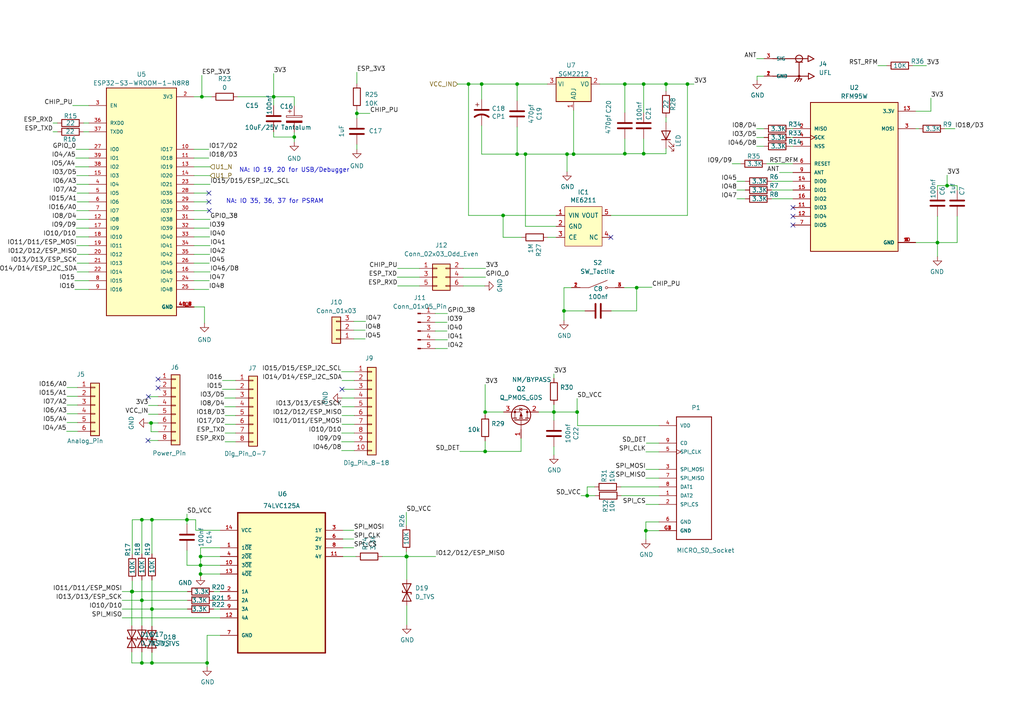
<source format=kicad_sch>
(kicad_sch (version 20230121) (generator eeschema)
  (paper "A4")
  (junction (at 149.987 44.704))
  (junction (at 274.701 53.848))
  (junction (at 60.071 192.278))
  (junction (at 41.148 174.117))
  (junction (at 58.166 163.957))
  (junction (at 44.069 192.278))
  (junction (at 164.465 44.704))
  (junction (at 117.856 161.417))
  (junction (at 271.907 70.358))
  (junction (at 181.229 44.577))
  (junction (at 160.655 119.507))
  (junction (at 167.386 119.507))
  (junction (at 166.37 44.704))
  (junction (at 58.166 166.497))
  (junction (at 145.923 62.484))
  (junction (at 38.227 171.577))
  (junction (at 140.716 119.507))
  (junction (at 163.576 90.17))
  (junction (at 58.547 28.067))
  (junction (at 187.325 153.924))
  (junction (at 152.4 44.704))
  (junction (at 117.983 161.417))
  (junction (at 41.148 150.749))
  (junction (at 186.69 44.577))
  (junction (at 43.815 122.682))
  (junction (at 41.148 192.278))
  (junction (at 44.069 150.749))
  (junction (at 135.89 24.384))
  (junction (at 181.229 24.384))
  (junction (at 184.658 83.439))
  (junction (at 44.069 176.657))
  (junction (at 139.7 24.384))
  (junction (at 170.307 143.764))
  (junction (at 193.167 24.384))
  (junction (at 79.375 28.067))
  (junction (at 85.344 39.751))
  (junction (at 186.69 24.384))
  (junction (at 103.505 32.893))
  (junction (at 140.716 130.937))
  (junction (at 58.166 161.417))
  (junction (at 38.354 171.577))
  (junction (at 54.229 150.749))
  (junction (at 199.39 24.384))
  (junction (at 149.987 24.384))
  (no_connect (at 229.997 60.198))
  (no_connect (at 60.706 61.087))
  (no_connect (at 229.997 62.738))
  (no_connect (at 60.579 58.547))
  (no_connect (at 45.847 109.982))
  (no_connect (at 177.165 68.834))
  (no_connect (at 45.847 112.522))
  (no_connect (at 42.926 127.762))
  (no_connect (at 229.997 65.278))
  (no_connect (at 43.053 115.062))
  (no_connect (at 99.187 112.903))
  (no_connect (at 60.579 56.007))
  (wire (pts (xy 56.261 89.027) (xy 59.309 89.027)))
  (wire (pts (xy 151.257 68.834) (xy 145.923 68.834)))
  (wire (pts (xy 79.375 28.067) (xy 79.375 30.607)))
  (wire (pts (xy 229.235 37.338) (xy 229.997 37.338)))
  (wire (pts (xy 99.187 120.523) (xy 102.743 120.523)))
  (wire (pts (xy 187.325 151.384) (xy 187.325 153.924)))
  (wire (pts (xy 56.261 43.307) (xy 60.579 43.307)))
  (wire (pts (xy 177.165 62.484) (xy 199.39 62.484)))
  (wire (pts (xy 121.666 80.391) (xy 115.189 80.391)))
  (wire (pts (xy 191.135 146.304) (xy 187.325 146.304)))
  (wire (pts (xy 41.148 150.749) (xy 44.069 150.749)))
  (wire (pts (xy 166.37 32.004) (xy 166.37 44.704)))
  (wire (pts (xy 271.907 53.848) (xy 274.701 53.848)))
  (wire (pts (xy 117.856 148.59) (xy 117.856 152.4)))
  (wire (pts (xy 191.135 136.144) (xy 187.325 136.144)))
  (wire (pts (xy 64.516 112.903) (xy 68.326 112.903)))
  (wire (pts (xy 222.377 47.498) (xy 229.997 47.498)))
  (wire (pts (xy 56.261 76.327) (xy 60.706 76.327)))
  (wire (pts (xy 264.795 19.05) (xy 268.732 19.05)))
  (wire (pts (xy 265.557 32.258) (xy 270.002 32.258)))
  (wire (pts (xy 103.505 31.877) (xy 103.505 32.893)))
  (wire (pts (xy 44.069 176.657) (xy 54.356 176.657)))
  (wire (pts (xy 63.881 184.277) (xy 60.071 184.277)))
  (wire (pts (xy 56.261 68.707) (xy 60.833 68.707)))
  (wire (pts (xy 181.229 24.384) (xy 186.69 24.384)))
  (wire (pts (xy 35.433 171.577) (xy 38.227 171.577)))
  (wire (pts (xy 199.39 24.384) (xy 201.295 24.384)))
  (wire (pts (xy 160.655 119.507) (xy 160.655 121.92)))
  (wire (pts (xy 99.187 123.063) (xy 102.743 123.063)))
  (wire (pts (xy 99.187 117.983) (xy 102.743 117.983)))
  (wire (pts (xy 56.261 50.927) (xy 60.96 50.927)))
  (wire (pts (xy 110.871 161.417) (xy 117.856 161.417)))
  (wire (pts (xy 56.261 78.867) (xy 60.96 78.867)))
  (wire (pts (xy 44.069 168.275) (xy 44.069 176.657)))
  (wire (pts (xy 38.227 171.577) (xy 38.354 171.577)))
  (wire (pts (xy 103.505 32.893) (xy 107.315 32.893)))
  (wire (pts (xy 99.441 153.797) (xy 102.616 153.797)))
  (wire (pts (xy 126.238 101.092) (xy 129.794 101.092)))
  (wire (pts (xy 56.261 61.087) (xy 60.706 61.087)))
  (wire (pts (xy 254.635 19.05) (xy 257.175 19.05)))
  (wire (pts (xy 126.238 98.552) (xy 129.794 98.552)))
  (wire (pts (xy 181.229 44.577) (xy 181.229 44.704)))
  (wire (pts (xy 117.983 161.417) (xy 117.983 168.021)))
  (wire (pts (xy 219.456 17.018) (xy 221.615 17.018)))
  (wire (pts (xy 19.431 114.935) (xy 22.479 114.935)))
  (wire (pts (xy 19.431 122.555) (xy 22.479 122.555)))
  (wire (pts (xy 56.261 45.847) (xy 60.579 45.847)))
  (wire (pts (xy 121.666 82.931) (xy 115.316 82.931)))
  (wire (pts (xy 170.307 143.764) (xy 172.593 143.764)))
  (wire (pts (xy 223.774 55.118) (xy 229.997 55.118)))
  (wire (pts (xy 65.278 128.143) (xy 68.326 128.143)))
  (wire (pts (xy 42.926 122.682) (xy 43.815 122.682)))
  (wire (pts (xy 161.29 65.659) (xy 152.4 65.659)))
  (wire (pts (xy 99.06 125.603) (xy 102.743 125.603)))
  (wire (pts (xy 44.069 150.749) (xy 54.229 150.749)))
  (wire (pts (xy 56.261 53.467) (xy 60.96 53.467)))
  (wire (pts (xy 43.815 122.682) (xy 45.847 122.682)))
  (wire (pts (xy 56.261 81.407) (xy 60.706 81.407)))
  (wire (pts (xy 103.505 32.893) (xy 103.505 34.29)))
  (wire (pts (xy 274.701 53.848) (xy 277.622 53.848)))
  (wire (pts (xy 54.229 149.098) (xy 54.229 150.749)))
  (wire (pts (xy 60.071 184.277) (xy 60.071 192.278)))
  (wire (pts (xy 187.325 153.924) (xy 187.325 156.464)))
  (wire (pts (xy 265.557 37.338) (xy 266.446 37.338)))
  (wire (pts (xy 167.386 115.57) (xy 167.386 119.507)))
  (wire (pts (xy 19.304 125.095) (xy 22.479 125.095)))
  (wire (pts (xy 221.615 22.098) (xy 219.583 22.098)))
  (wire (pts (xy 38.354 171.577) (xy 54.356 171.577)))
  (wire (pts (xy 38.354 160.782) (xy 38.354 150.749)))
  (wire (pts (xy 151.13 127.127) (xy 151.13 130.937)))
  (wire (pts (xy 274.066 37.338) (xy 276.987 37.338)))
  (wire (pts (xy 35.433 174.117) (xy 41.148 174.117)))
  (wire (pts (xy 65.278 123.063) (xy 68.326 123.063)))
  (wire (pts (xy 99.06 130.683) (xy 102.743 130.683)))
  (wire (pts (xy 102.616 98.298) (xy 105.918 98.298)))
  (wire (pts (xy 22.098 68.707) (xy 25.781 68.707)))
  (wire (pts (xy 193.167 34.036) (xy 193.167 35.433)))
  (wire (pts (xy 166.37 44.704) (xy 164.465 44.704)))
  (wire (pts (xy 191.135 151.384) (xy 187.325 151.384)))
  (wire (pts (xy 22.225 50.927) (xy 25.781 50.927)))
  (wire (pts (xy 68.961 28.067) (xy 79.375 28.067)))
  (wire (pts (xy 152.4 65.659) (xy 152.4 44.704)))
  (wire (pts (xy 156.21 119.507) (xy 160.655 119.507)))
  (wire (pts (xy 41.148 174.117) (xy 54.356 174.117)))
  (wire (pts (xy 58.547 28.067) (xy 61.341 28.067)))
  (wire (pts (xy 41.148 174.117) (xy 41.148 181.483)))
  (wire (pts (xy 54.229 159.639) (xy 54.229 163.957)))
  (wire (pts (xy 213.741 52.578) (xy 216.154 52.578)))
  (wire (pts (xy 22.225 61.087) (xy 25.781 61.087)))
  (wire (pts (xy 22.352 56.007) (xy 25.781 56.007)))
  (wire (pts (xy 56.261 56.007) (xy 60.579 56.007)))
  (wire (pts (xy 85.344 39.751) (xy 85.344 41.148)))
  (wire (pts (xy 59.309 89.027) (xy 59.309 93.726)))
  (wire (pts (xy 163.576 90.17) (xy 163.576 92.964)))
  (wire (pts (xy 103.505 41.91) (xy 103.505 43.307)))
  (wire (pts (xy 139.7 24.384) (xy 149.987 24.384)))
  (wire (pts (xy 65.151 117.983) (xy 68.326 117.983)))
  (wire (pts (xy 219.583 22.098) (xy 219.583 23.241)))
  (wire (pts (xy 139.7 44.704) (xy 149.987 44.704)))
  (wire (pts (xy 65.278 125.603) (xy 68.326 125.603)))
  (wire (pts (xy 199.39 62.484) (xy 199.39 24.384)))
  (wire (pts (xy 22.098 66.167) (xy 25.781 66.167)))
  (wire (pts (xy 173.99 24.384) (xy 181.229 24.384)))
  (wire (pts (xy 35.433 179.197) (xy 63.881 179.197)))
  (wire (pts (xy 219.456 42.418) (xy 221.615 42.418)))
  (wire (pts (xy 135.89 24.384) (xy 139.7 24.384)))
  (wire (pts (xy 139.7 36.449) (xy 139.7 44.704)))
  (wire (pts (xy 126.238 93.472) (xy 129.667 93.472)))
  (wire (pts (xy 79.375 38.227) (xy 79.375 39.751)))
  (wire (pts (xy 164.465 44.704) (xy 164.465 49.784)))
  (wire (pts (xy 181.229 24.384) (xy 181.229 32.639)))
  (wire (pts (xy 99.06 128.143) (xy 102.743 128.143)))
  (wire (pts (xy 38.227 189.103) (xy 38.227 192.278)))
  (wire (pts (xy 193.167 24.384) (xy 199.39 24.384)))
  (wire (pts (xy 152.4 44.704) (xy 164.465 44.704)))
  (wire (pts (xy 135.89 62.484) (xy 135.89 24.384)))
  (wire (pts (xy 184.658 83.439) (xy 184.658 83.312)))
  (wire (pts (xy 58.547 21.844) (xy 58.547 28.067)))
  (wire (pts (xy 21.971 45.847) (xy 25.781 45.847)))
  (wire (pts (xy 22.098 43.307) (xy 25.781 43.307)))
  (wire (pts (xy 133.35 130.937) (xy 140.716 130.937)))
  (wire (pts (xy 79.375 21.336) (xy 79.375 28.067)))
  (wire (pts (xy 56.261 71.247) (xy 60.96 71.247)))
  (wire (pts (xy 219.456 37.338) (xy 221.615 37.338)))
  (wire (pts (xy 135.89 62.484) (xy 145.923 62.484)))
  (wire (pts (xy 139.7 28.829) (xy 139.7 24.384)))
  (wire (pts (xy 160.655 119.507) (xy 167.386 119.507)))
  (wire (pts (xy 22.352 73.787) (xy 25.781 73.787)))
  (wire (pts (xy 160.655 117.348) (xy 160.655 119.507)))
  (wire (pts (xy 99.187 115.443) (xy 102.743 115.443)))
  (wire (pts (xy 149.987 44.704) (xy 152.4 44.704)))
  (wire (pts (xy 140.716 119.507) (xy 140.716 120.269)))
  (wire (pts (xy 160.655 129.54) (xy 160.655 131.953)))
  (wire (pts (xy 184.658 83.312) (xy 189.103 83.312)))
  (wire (pts (xy 22.225 63.627) (xy 25.781 63.627)))
  (wire (pts (xy 117.856 160.02) (xy 117.856 161.417)))
  (wire (pts (xy 56.261 83.947) (xy 60.579 83.947)))
  (wire (pts (xy 191.135 153.924) (xy 187.325 153.924)))
  (wire (pts (xy 63.881 176.657) (xy 61.976 176.657)))
  (wire (pts (xy 186.69 40.259) (xy 186.69 44.577)))
  (wire (pts (xy 223.774 52.578) (xy 229.997 52.578)))
  (wire (pts (xy 140.716 111.506) (xy 140.716 119.507)))
  (wire (pts (xy 191.135 131.064) (xy 187.325 131.064)))
  (wire (pts (xy 15.367 35.687) (xy 16.637 35.687)))
  (wire (pts (xy 177.292 90.17) (xy 184.658 90.17)))
  (wire (pts (xy 146.05 119.507) (xy 140.716 119.507)))
  (wire (pts (xy 117.983 175.641) (xy 117.983 181.229)))
  (wire (pts (xy 38.354 150.749) (xy 41.148 150.749)))
  (wire (pts (xy 103.505 20.955) (xy 103.505 24.257)))
  (wire (pts (xy 158.877 68.834) (xy 161.29 68.834)))
  (wire (pts (xy 265.557 70.358) (xy 271.907 70.358)))
  (wire (pts (xy 102.616 95.758) (xy 105.918 95.758)))
  (wire (pts (xy 43.815 125.222) (xy 43.815 122.682)))
  (wire (pts (xy 58.166 166.497) (xy 58.166 163.957)))
  (wire (pts (xy 172.466 141.224) (xy 170.307 141.224)))
  (wire (pts (xy 186.69 24.384) (xy 193.167 24.384)))
  (wire (pts (xy 165.735 83.439) (xy 163.576 83.439)))
  (wire (pts (xy 121.666 77.851) (xy 115.316 77.851)))
  (wire (pts (xy 58.166 161.417) (xy 58.166 158.877)))
  (wire (pts (xy 58.166 167.132) (xy 58.166 166.497)))
  (wire (pts (xy 229.235 39.878) (xy 229.997 39.878)))
  (wire (pts (xy 186.69 32.639) (xy 186.69 24.384)))
  (wire (pts (xy 117.983 161.417) (xy 126.365 161.417)))
  (wire (pts (xy 167.513 123.444) (xy 191.135 123.444)))
  (wire (pts (xy 41.148 189.103) (xy 41.148 192.278)))
  (wire (pts (xy 271.907 62.738) (xy 271.907 70.358)))
  (wire (pts (xy 44.069 176.657) (xy 44.069 181.61)))
  (wire (pts (xy 22.225 71.247) (xy 25.781 71.247)))
  (wire (pts (xy 21.717 83.947) (xy 25.781 83.947)))
  (wire (pts (xy 19.431 120.015) (xy 22.479 120.015)))
  (wire (pts (xy 277.622 70.358) (xy 271.907 70.358)))
  (wire (pts (xy 191.135 138.684) (xy 187.325 138.684)))
  (wire (pts (xy 277.622 53.848) (xy 277.622 55.118)))
  (wire (pts (xy 64.516 110.363) (xy 68.326 110.363)))
  (wire (pts (xy 140.716 127.889) (xy 140.716 130.937)))
  (wire (pts (xy 134.366 80.391) (xy 140.843 80.391)))
  (wire (pts (xy 79.375 28.067) (xy 85.344 28.067)))
  (wire (pts (xy 149.987 24.384) (xy 158.75 24.384)))
  (wire (pts (xy 56.261 66.167) (xy 60.706 66.167)))
  (wire (pts (xy 22.352 76.327) (xy 25.781 76.327)))
  (wire (pts (xy 226.06 50.038) (xy 229.997 50.038)))
  (wire (pts (xy 213.741 57.658) (xy 216.154 57.658)))
  (wire (pts (xy 63.881 174.117) (xy 61.976 174.117)))
  (wire (pts (xy 180.975 83.439) (xy 184.658 83.439)))
  (wire (pts (xy 180.086 141.224) (xy 191.135 141.224)))
  (wire (pts (xy 38.227 171.577) (xy 38.227 181.483)))
  (wire (pts (xy 140.716 130.937) (xy 151.13 130.937)))
  (wire (pts (xy 149.987 36.83) (xy 149.987 44.704)))
  (wire (pts (xy 212.344 47.498) (xy 214.757 47.498)))
  (wire (pts (xy 277.622 62.738) (xy 277.622 70.358)))
  (wire (pts (xy 99.441 161.417) (xy 103.251 161.417)))
  (wire (pts (xy 223.774 57.658) (xy 229.997 57.658)))
  (wire (pts (xy 19.431 112.395) (xy 22.479 112.395)))
  (wire (pts (xy 45.847 125.222) (xy 43.815 125.222)))
  (wire (pts (xy 56.261 58.547) (xy 60.579 58.547)))
  (wire (pts (xy 19.431 117.475) (xy 22.479 117.475)))
  (wire (pts (xy 85.344 28.067) (xy 85.344 30.734)))
  (wire (pts (xy 54.229 163.957) (xy 58.166 163.957)))
  (wire (pts (xy 193.167 43.053) (xy 193.167 44.577)))
  (wire (pts (xy 274.701 50.8) (xy 274.701 53.848)))
  (wire (pts (xy 160.655 108.458) (xy 160.655 109.728)))
  (wire (pts (xy 63.881 163.957) (xy 58.166 163.957)))
  (wire (pts (xy 219.456 39.878) (xy 221.615 39.878)))
  (wire (pts (xy 43.053 115.062) (xy 45.847 115.062)))
  (wire (pts (xy 24.257 35.687) (xy 25.781 35.687)))
  (wire (pts (xy 181.229 44.704) (xy 166.37 44.704)))
  (wire (pts (xy 24.257 38.227) (xy 25.781 38.227)))
  (wire (pts (xy 56.769 150.749) (xy 54.229 150.749)))
  (wire (pts (xy 99.187 112.903) (xy 102.743 112.903)))
  (wire (pts (xy 41.148 192.278) (xy 44.069 192.278)))
  (wire (pts (xy 56.261 48.387) (xy 60.96 48.387)))
  (wire (pts (xy 58.166 158.877) (xy 63.881 158.877)))
  (wire (pts (xy 99.441 156.337) (xy 102.616 156.337)))
  (wire (pts (xy 181.229 40.259) (xy 181.229 44.577)))
  (wire (pts (xy 167.513 119.507) (xy 167.513 123.444)))
  (wire (pts (xy 193.167 44.577) (xy 186.69 44.577)))
  (wire (pts (xy 126.238 96.012) (xy 129.667 96.012)))
  (wire (pts (xy 270.002 28.448) (xy 270.002 32.258)))
  (wire (pts (xy 35.433 176.657) (xy 44.069 176.657)))
  (wire (pts (xy 102.616 93.218) (xy 106.045 93.218)))
  (wire (pts (xy 56.261 28.067) (xy 58.547 28.067)))
  (wire (pts (xy 42.926 127.762) (xy 45.847 127.762)))
  (wire (pts (xy 117.856 161.417) (xy 117.983 161.417)))
  (wire (pts (xy 99.441 158.877) (xy 102.616 158.877)))
  (wire (pts (xy 170.307 141.224) (xy 170.307 143.764)))
  (wire (pts (xy 56.769 153.797) (xy 56.769 150.749)))
  (wire (pts (xy 38.227 192.278) (xy 41.148 192.278)))
  (wire (pts (xy 184.658 90.17) (xy 184.658 83.439)))
  (wire (pts (xy 132.715 24.384) (xy 135.89 24.384)))
  (wire (pts (xy 56.261 73.787) (xy 60.833 73.787)))
  (wire (pts (xy 22.225 53.467) (xy 25.781 53.467)))
  (wire (pts (xy 99.187 110.363) (xy 102.743 110.363)))
  (wire (pts (xy 63.881 161.417) (xy 58.166 161.417)))
  (wire (pts (xy 44.069 189.23) (xy 44.069 192.278)))
  (wire (pts (xy 271.907 70.358) (xy 271.907 74.422)))
  (wire (pts (xy 43.053 117.602) (xy 45.847 117.602)))
  (wire (pts (xy 54.229 150.749) (xy 54.229 152.019)))
  (wire (pts (xy 56.261 63.627) (xy 60.96 63.627)))
  (wire (pts (xy 126.238 90.932) (xy 129.794 90.932)))
  (wire (pts (xy 187.452 128.524) (xy 191.135 128.524)))
  (wire (pts (xy 22.352 78.867) (xy 25.781 78.867)))
  (wire (pts (xy 145.923 68.834) (xy 145.923 62.484)))
  (wire (pts (xy 168.529 143.764) (xy 170.307 143.764)))
  (wire (pts (xy 21.844 48.387) (xy 25.781 48.387)))
  (wire (pts (xy 271.907 55.118) (xy 271.907 53.848)))
  (wire (pts (xy 56.769 153.797) (xy 63.881 153.797)))
  (wire (pts (xy 65.151 115.443) (xy 68.326 115.443)))
  (wire (pts (xy 163.576 83.439) (xy 163.576 90.17)))
  (wire (pts (xy 79.375 39.751) (xy 85.344 39.751)))
  (wire (pts (xy 134.366 82.931) (xy 140.589 82.931)))
  (wire (pts (xy 41.148 168.275) (xy 41.148 174.117)))
  (wire (pts (xy 213.741 55.118) (xy 216.154 55.118)))
  (wire (pts (xy 38.354 168.402) (xy 38.354 171.577)))
  (wire (pts (xy 167.386 119.507) (xy 167.513 119.507)))
  (wire (pts (xy 60.071 192.278) (xy 60.071 193.421)))
  (wire (pts (xy 134.366 77.851) (xy 140.843 77.851)))
  (wire (pts (xy 63.881 171.577) (xy 61.976 171.577)))
  (wire (pts (xy 145.923 62.484) (xy 161.29 62.484)))
  (wire (pts (xy 41.148 160.655) (xy 41.148 150.749)))
  (wire (pts (xy 229.235 42.418) (xy 229.997 42.418)))
  (wire (pts (xy 180.213 143.764) (xy 191.135 143.764)))
  (wire (pts (xy 58.166 166.497) (xy 63.881 166.497)))
  (wire (pts (xy 44.069 160.655) (xy 44.069 150.749)))
  (wire (pts (xy 44.069 192.278) (xy 60.071 192.278)))
  (wire (pts (xy 85.344 39.751) (xy 85.344 38.354)))
  (wire (pts (xy 163.576 90.17) (xy 169.672 90.17)))
  (wire (pts (xy 43.053 120.142) (xy 45.847 120.142)))
  (wire (pts (xy 15.367 38.227) (xy 16.637 38.227)))
  (wire (pts (xy 149.987 24.384) (xy 149.987 29.21)))
  (wire (pts (xy 99.06 107.823) (xy 102.743 107.823)))
  (wire (pts (xy 193.167 24.384) (xy 193.167 26.416)))
  (wire (pts (xy 65.278 120.523) (xy 68.326 120.523)))
  (wire (pts (xy 58.166 163.957) (xy 58.166 161.417)))
  (wire (pts (xy 186.69 44.577) (xy 181.229 44.577)))
  (wire (pts (xy 21.717 81.407) (xy 25.781 81.407)))
  (wire (pts (xy 21.082 30.607) (xy 25.781 30.607)))
  (wire (pts (xy 22.352 58.547) (xy 25.781 58.547)))
  (text "NA: IO 19, 20 for USB/Debugger" (at 69.342 50.165 0) (effects (font (size 1.27 1.27)) (justify left bottom)))
  (text "NA: IO 35, 36, 37 for PSRAM" (at 65.532 59.182 0) (effects (font (size 1.27 1.27)) (justify left bottom)))
  (label "IO15{slash}D15{slash}ESP_I2C_SCL" (at 99.06 107.823 180))
  (label "IO45" (at 105.918 98.298 0))
  (label "IO17{slash}D2" (at 65.278 123.063 180))
  (label "IO15" (at 64.516 112.903 180))
  (label "3V3" (at 79.375 21.336 0))
  (label "3V3" (at 43.053 117.602 180))
  (label "IO4{slash}A5" (at 21.971 45.847 180))
  (label "SPI_MOSI" (at 102.616 153.797 0))
  (label "IO16" (at 64.516 110.363 180))
  (label "IO14{slash}D14{slash}ESP_I2C_SDA" (at 99.187 110.363 180))
  (label "RST_RFM" (at 254.635 19.05 180))
  (label "CHIP_PU" (at 107.315 32.893 0))
  (label "IO6{slash}A3" (at 19.431 120.015 180))
  (label "IO46{slash}D8" (at 219.456 42.418 180))
  (label "IO5{slash}A4" (at 21.844 48.387 180))
  (label "SPI_CS" (at 187.325 146.304 180))
  (label "IO11{slash}D11{slash}ESP_MOSI" (at 35.433 171.577 180))
  (label "IO46{slash}D8" (at 60.96 78.867 0))
  (label "IO42" (at 60.833 73.787 0))
  (label "ESP_RXD" (at 15.367 35.687 180))
  (label "IO48" (at 105.918 95.758 0))
  (label "IO39" (at 129.667 93.472 0))
  (label "IO11{slash}D11{slash}ESP_MOSI" (at 22.225 71.247 180))
  (label "IO18{slash}D3" (at 65.278 120.523 180))
  (label "IO3{slash}D5" (at 22.225 50.927 180))
  (label "IO3{slash}D5" (at 219.456 39.878 180))
  (label "IO15{slash}A1" (at 19.431 114.935 180))
  (label "3V3" (at 160.655 108.458 0))
  (label "3V3" (at 274.701 50.8 0))
  (label "IO15{slash}D15{slash}ESP_I2C_SCL" (at 60.96 53.467 0))
  (label "SPI_CS" (at 102.616 158.877 0))
  (label "ESP_3V3" (at 58.547 21.844 0))
  (label "IO7{slash}A2" (at 19.431 117.475 180))
  (label "SD_VCC" (at 117.856 148.59 0))
  (label "SD_VCC" (at 168.529 143.764 180))
  (label "IO14{slash}D14{slash}ESP_I2C_SDA" (at 22.352 78.867 180))
  (label "CHIP_PU" (at 21.082 30.607 180))
  (label "IO8{slash}D4" (at 219.456 37.338 180))
  (label "3V3" (at 270.002 28.448 0))
  (label "IO15" (at 21.717 81.407 180))
  (label "SPI_MOSI" (at 187.325 136.144 180))
  (label "IO10{slash}D10" (at 35.433 176.657 180))
  (label "IO13{slash}D13{slash}ESP_SCK" (at 22.352 76.327 180))
  (label "3V3" (at 140.716 111.506 0))
  (label "IO45" (at 213.741 52.578 180))
  (label "SD_DET" (at 133.35 130.937 180))
  (label "IO41" (at 129.794 98.552 0))
  (label "SD_DET" (at 187.452 128.524 180))
  (label "IO13{slash}D13{slash}ESP_SCK" (at 35.433 174.117 180))
  (label "SD_VCC" (at 54.229 149.098 0))
  (label "IO12{slash}D12{slash}ESP_MISO" (at 99.187 120.523 180))
  (label "IO16" (at 21.717 83.947 180))
  (label "ESP_RXD" (at 65.278 128.143 180))
  (label "IO18{slash}D3" (at 60.579 45.847 0))
  (label "RST_RFM" (at 223.139 47.498 0))
  (label "ESP_TXD" (at 115.189 80.391 180))
  (label "3V3" (at 268.732 19.05 0))
  (label "IO48" (at 60.579 83.947 0))
  (label "ANT" (at 226.06 50.038 180))
  (label "IO10{slash}D10" (at 22.098 68.707 180))
  (label "IO17{slash}D2" (at 60.579 43.307 0))
  (label "IO47" (at 60.706 81.407 0))
  (label "IO40" (at 60.833 68.707 0))
  (label "IO45" (at 60.706 76.327 0))
  (label "IO8{slash}D4" (at 65.151 117.983 180))
  (label "IO4{slash}A5" (at 19.304 125.095 180))
  (label "SPI_MISO" (at 35.433 179.197 180))
  (label "ESP_TXD" (at 15.367 38.227 180))
  (label "SD_VCC" (at 167.386 115.57 0))
  (label "IO48" (at 213.741 55.118 180))
  (label "GPIO_38" (at 60.96 63.627 0))
  (label "IO41" (at 60.96 71.247 0))
  (label "IO8{slash}D4" (at 22.225 63.627 180))
  (label "IO40" (at 129.667 96.012 0))
  (label "ESP_TXD" (at 65.278 125.603 180))
  (label "CHIP_PU" (at 189.103 83.312 0))
  (label "IO47" (at 106.045 93.218 0))
  (label "IO12{slash}D12{slash}ESP_MISO" (at 126.365 161.417 0))
  (label "IO15{slash}A1" (at 22.352 58.547 180))
  (label "ESP_RXD" (at 115.316 82.931 180))
  (label "IO9{slash}D9" (at 212.344 47.498 180))
  (label "IO11{slash}D11{slash}ESP_MOSI" (at 99.187 123.063 180))
  (label "ESP_3V3" (at 103.505 20.955 0))
  (label "IO12{slash}D12{slash}ESP_MISO" (at 22.352 73.787 180))
  (label "GPIO_0" (at 140.843 80.391 0))
  (label "GPIO_0" (at 22.098 43.307 180))
  (label "IO46{slash}D8" (at 99.06 130.683 180))
  (label "IO47" (at 213.741 57.658 180))
  (label "IO16{slash}A0" (at 22.225 61.087 180))
  (label "VCC_IN" (at 43.053 120.142 180))
  (label "SPI_CLK" (at 187.325 131.064 180))
  (label "3V3" (at 201.295 24.384 0))
  (label "ANT" (at 219.456 17.018 180))
  (label "IO10{slash}D10" (at 99.06 125.603 180))
  (label "IO7{slash}A2" (at 22.352 56.007 180))
  (label "IO13{slash}D13{slash}ESP_SCK" (at 99.187 117.983 180))
  (label "IO3{slash}D5" (at 65.151 115.443 180))
  (label "IO6{slash}A3" (at 22.225 53.467 180))
  (label "IO9{slash}D9" (at 22.098 66.167 180))
  (label "IO39" (at 60.706 66.167 0))
  (label "CHIP_PU" (at 115.316 77.851 180))
  (label "IO9{slash}D9" (at 99.06 128.143 180))
  (label "IO16{slash}A0" (at 19.431 112.395 180))
  (label "3V3" (at 140.843 77.851 0))
  (label "IO42" (at 129.794 101.092 0))
  (label "IO18{slash}D3" (at 276.987 37.338 0))
  (label "GPIO_38" (at 129.794 90.932 0))
  (label "IO5{slash}A4" (at 19.431 122.555 180))
  (label "SPI_MISO" (at 187.325 138.684 180))
  (label "SPI_CLK" (at 102.616 156.337 0))
  (hierarchical_label "U1_P" (shape input) (at 60.96 50.927 0))
  (hierarchical_label "VCC_IN" (shape input) (at 132.715 24.384 180))
  (hierarchical_label "U1_N" (shape input) (at 60.96 48.387 0))
  (symbol (lib_id "Device:R") (at 58.166 176.657 270) (unit 1)
    (property "Reference" "R22" (at 61.341 175.387 90) (effects (justify left)))
    (property "Value" "3.3K" (at 55.626 176.657 90) (effects (justify left)))
    (property "Footprint" "Resistor_SMD:R_0603_1608Metric_Pad0.98x0.95mm_HandSolder" (effects hide))
  )
  (symbol (lib_id "power:GND") (at 164.465 49.784 0) (unit 1)
    (property "Reference" "#PWR023" (effects hide))
    (property "Value" "GND" (at 164.592 54.1782 0))
  )
  (symbol (lib_id "Device:R") (at 117.856 156.21 0) (unit 1)
    (property "Reference" "R26" (at 116.586 153.035 90) (effects (justify left)))
    (property "Value" "10K" (at 117.856 158.115 90) (effects (justify left)))
    (property "Footprint" "Resistor_SMD:R_0603_1608Metric_Pad0.98x0.95mm_HandSolder" (effects hide))
  )
  (symbol (lib_id "Custom_Symbol:ESP32-S3-WROOM-1-N8R8") (at 41.021 58.547 0) (unit 1)
    (property "Reference" "U5" (at 41.021 21.5646 0))
    (property "Value" "ESP32-S3-WROOM-1-N8R8" (at 41.021 24.1046 0))
    (property "Footprint" "Custom_Footprints:ESP32S3_WROOM_1N8R8" (effects hide))
    (property "MF" "Espressif Systems" (effects hide))
    (property "DESCRIPTION" "Bluetooth, WiFi 802.11b/g/n, Bluetooth v5.0 Transceiver Module 2.4GHz PCB Trace Surface Mount" (effects hide))
    (property "PACKAGE" "SMD-41 Espressif Systems" (effects hide))
    (property "PRICE" "None" (effects hide))
    (property "MP" "ESP32S3WROOM1N8R8" (effects hide))
    (property "AVAILABILITY" "In Stock" (effects hide))
    (property "PURCHASE-URL" "https://pricing.snapeda.com/search/part/ESP32S3WROOM1N8R8/?ref=eda" (effects hide))
  )
  (symbol (lib_id "Device:R") (at 155.067 68.834 270) (unit 1)
    (property "Reference" "R27" (at 156.2354 70.612 0) (effects (justify left)))
    (property "Value" "1M" (at 153.924 70.612 0) (effects (justify left)))
    (property "Footprint" "Resistor_SMD:R_0603_1608Metric_Pad0.98x0.95mm_HandSolder" (effects hide))
  )
  (symbol (lib_id "power:GND") (at 140.589 82.931 90) (unit 1)
    (property "Reference" "#PWR022" (effects hide))
    (property "Value" "GND" (at 144.9832 82.804 0))
  )
  (symbol (lib_id "Device:R") (at 225.425 39.878 270) (unit 1)
    (property "Reference" "R33" (at 228.6 38.608 90) (effects (justify left)))
    (property "Value" "3.3K" (at 223.52 39.878 90) (effects (justify left)))
    (property "Footprint" "Resistor_SMD:R_0603_1608Metric_Pad0.98x0.95mm_HandSolder" (effects hide))
  )
  (symbol (lib_id "Device:LED") (at 193.167 39.243 90) (unit 1)
    (property "Reference" "D20" (effects hide))
    (property "Value" "LED" (at 196.723 40.8305 0))
    (property "Footprint" "LED_SMD:LED_0603_1608Metric_Pad1.05x0.95mm_HandSolder" (effects hide))
  )
  (symbol (lib_id "Device:C") (at 186.69 36.449 180) (unit 1)
    (property "Reference" "C21" (at 188.087 32.893 90))
    (property "Value" "100nf" (at 185.42 32.258 90))
    (property "Footprint" "Capacitor_SMD:C_0603_1608Metric_Pad1.08x0.95mm_HandSolder" (effects hide))
  )
  (symbol (lib_id "power:GND") (at 163.576 92.964 0) (unit 1)
    (property "Reference" "#PWR07" (effects hide))
    (property "Value" "GND" (at 163.703 97.3582 0))
  )
  (symbol (lib_id "Connector_Generic:Conn_01x06") (at 27.559 117.475 0) (unit 1)
    (property "Reference" "J5" (at 22.225 108.585 0) (effects (justify left)))
    (property "Value" "Analog_Pin" (at 19.431 127.889 0) (effects (justify left)))
    (property "Footprint" "Connector_PinHeader_2.54mm:PinHeader_1x06_P2.54mm_Vertical" (effects hide))
  )
  (symbol (lib_id "Device:R") (at 225.425 37.338 270) (unit 1)
    (property "Reference" "R34" (at 228.6 36.068 90) (effects (justify left)))
    (property "Value" "3.3K" (at 223.52 37.338 90) (effects (justify left)))
    (property "Footprint" "Resistor_SMD:R_0603_1608Metric_Pad0.98x0.95mm_HandSolder" (effects hide))
  )
  (symbol (lib_id "power:GND") (at 60.071 193.421 0) (unit 1)
    (property "Reference" "#PWR017" (effects hide))
    (property "Value" "GND" (at 60.198 197.8152 0))
  )
  (symbol (lib_id "Custom_Symbol:UFL") (at 231.775 19.558 0) (unit 1)
    (property "Reference" "J4" (at 237.49 18.542 0) (effects (justify left)))
    (property "Value" "UFL" (at 237.49 21.082 0) (effects (justify left)))
    (property "Footprint" "Custom_Footprints:UFL_CONN" (effects hide))
    (property "PRICE" "0.84 USD" (effects hide))
    (property "MF" "Hirose" (effects hide))
    (property "DESCRIPTION" "U.FL Series 6 Ghz 50 Ohm Ultra-small SMT Coaxial Cable Receptacle" (effects hide))
    (property "PACKAGE" "None" (effects hide))
    (property "AVAILABILITY" "Good" (effects hide))
    (property "MP" "U.FL-R-SMT(01)" (effects hide))
  )
  (symbol (lib_id "Device:R") (at 41.148 164.465 0) (unit 1)
    (property "Reference" "R18" (at 39.878 161.29 90) (effects (justify left)))
    (property "Value" "10K" (at 41.148 166.37 90) (effects (justify left)))
    (property "Footprint" "Resistor_SMD:R_0603_1608Metric_Pad0.98x0.95mm_HandSolder" (effects hide))
  )
  (symbol (lib_id "Device:D_TVS") (at 38.227 185.293 90) (unit 1)
    (property "Reference" "D16" (at 40.64 184.023 90) (effects (justify right)))
    (property "Value" "D_TVS" (at 40.64 186.563 90) (effects (justify right)))
    (property "Footprint" "Diode_SMD:D_SOD-523" (effects hide))
  )
  (symbol (lib_name "GND_1") (lib_id "power:GND") (at 99.187 115.443 270) (unit 1)
    (property "Reference" "#PWR019" (effects hide))
    (property "Value" "GND" (at 94.361 115.443 0))
  )
  (symbol (lib_id "Custom_Symbol:SW_Tactile") (at 173.355 83.439 0) (unit 1)
    (property "Reference" "S2" (at 173.355 76.2 0))
    (property "Value" "SW_Tactile" (at 173.355 78.74 0))
    (property "Footprint" "Custom_Footprints:SW_Tactile" (effects hide))
    (property "Comment" "SW_Tactile" (effects hide))
  )
  (symbol (lib_id "Device:R") (at 20.447 35.687 90) (unit 1)
    (property "Reference" "R15" (at 20.447 33.655 90))
    (property "Value" "22" (at 20.447 35.687 90))
    (property "Footprint" "Resistor_SMD:R_0603_1608Metric_Pad0.98x0.95mm_HandSolder" (effects hide))
  )
  (symbol (lib_id "Device:C") (at 271.907 58.928 180) (unit 1)
    (property "Reference" "C6" (at 273.304 55.372 90))
    (property "Value" "100nf" (at 270.637 54.737 90))
    (property "Footprint" "Capacitor_SMD:C_0603_1608Metric_Pad1.08x0.95mm_HandSolder" (effects hide))
  )
  (symbol (lib_id "Device:R") (at 58.166 174.117 270) (unit 1)
    (property "Reference" "R21" (at 61.341 173.482 90) (effects (justify left)))
    (property "Value" "3.3K" (at 55.626 174.117 90) (effects (justify left)))
    (property "Footprint" "Resistor_SMD:R_0603_1608Metric_Pad0.98x0.95mm_HandSolder" (effects hide))
  )
  (symbol (lib_id "Device:R") (at 219.964 57.658 270) (unit 1)
    (property "Reference" "R8" (at 223.139 56.388 90) (effects (justify left)))
    (property "Value" "3.3K" (at 218.059 57.658 90) (effects (justify left)))
    (property "Footprint" "Resistor_SMD:R_0603_1608Metric_Pad0.98x0.95mm_HandSolder" (effects hide))
  )
  (symbol (lib_id "Connector_Generic:Conn_01x08") (at 73.406 117.983 0) (unit 1)
    (property "Reference" "J7" (at 72.009 106.807 0) (effects (justify left)))
    (property "Value" "Dig_Pin_0-7" (at 65.024 131.572 0) (effects (justify left)))
    (property "Footprint" "Connector_PinHeader_2.54mm:PinHeader_1x08_P2.54mm_Vertical" (effects hide))
  )
  (symbol (lib_id "power:GND") (at 187.325 156.464 0) (unit 1)
    (property "Reference" "#PWR025" (effects hide))
    (property "Value" "GND" (at 187.452 160.8582 0))
  )
  (symbol (lib_id "Device:C_Polarized") (at 85.344 34.544 0) (unit 1)
    (property "Reference" "C16" (at 81.153 30.861 0) (effects (justify left)))
    (property "Value" "10uF/25V Tantalum" (at 70.993 36.957 0) (effects (justify left)))
    (property "Footprint" "Capacitor_Tantalum_SMD:CP_EIA-3216-18_Kemet-A_Pad1.58x1.35mm_HandSolder" (effects hide))
  )
  (symbol (lib_id "M2M_Symbol:ME6211") (at 168.91 66.294 0) (unit 1)
    (property "Reference" "IC1" (at 169.2148 55.753 0))
    (property "Value" "ME6211" (at 169.2148 58.0644 0))
    (property "Footprint" "Package_TO_SOT_SMD:SOT-23-5" (effects hide))
  )
  (symbol (lib_id "power:GND") (at 219.583 23.241 0) (unit 1)
    (property "Reference" "#PWR05" (effects hide))
    (property "Value" "GND" (at 219.71 27.6352 0))
  )
  (symbol (lib_id "Device:R") (at 219.964 55.118 270) (unit 1)
    (property "Reference" "R7" (at 223.139 53.848 90) (effects (justify left)))
    (property "Value" "3.3K" (at 218.059 55.118 90) (effects (justify left)))
    (property "Footprint" "Resistor_SMD:R_0603_1608Metric_Pad0.98x0.95mm_HandSolder" (effects hide))
  )
  (symbol (lib_id "Device:CP1") (at 139.7 32.639 0) (unit 1)
    (property "Reference" "C18" (at 142.621 31.4706 0) (effects (justify left)))
    (property "Value" "CP1" (at 142.621 33.782 0) (effects (justify left)))
    (property "Footprint" "Capacitor_Tantalum_SMD:CP_EIA-3216-18_Kemet-A" (effects hide))
  )
  (symbol (lib_id "Device:R") (at 160.655 113.538 0) (unit 1)
    (property "Reference" "R30" (at 162.433 112.3696 0) (effects (justify left)))
    (property "Value" "NM/BYPASS" (at 148.463 110.109 0) (effects (justify left)))
    (property "Footprint" "Resistor_SMD:R_0603_1608Metric_Pad0.98x0.95mm_HandSolder" (effects hide))
  )
  (symbol (lib_id "Device:R") (at 44.069 164.465 0) (unit 1)
    (property "Reference" "R19" (at 42.799 161.29 90) (effects (justify left)))
    (property "Value" "10K" (at 44.069 166.37 90) (effects (justify left)))
    (property "Footprint" "Resistor_SMD:R_0603_1608Metric_Pad0.98x0.95mm_HandSolder" (effects hide))
  )
  (symbol (lib_id "Device:R") (at 176.276 141.224 90) (unit 1)
    (property "Reference" "R31" (at 175.26 139.954 0) (effects (justify left)))
    (property "Value" "10k" (at 177.546 139.954 0) (effects (justify left)))
    (property "Footprint" "Resistor_SMD:R_0603_1608Metric_Pad0.98x0.95mm_HandSolder" (effects hide))
  )
  (symbol (lib_id "M2M_Symbol:74LVC125A") (at 81.661 166.497 0) (unit 1)
    (property "Reference" "U6" (at 81.915 143.256 0))
    (property "Value" "74LVC125A" (at 81.661 146.7104 0))
    (property "Footprint" "Custom_Footprints:74LVC125A" (effects hide))
    (property "OC_FARNELL" "1826647" (effects hide))
    (property "MPN" "74LVC125APW,112" (effects hide))
    (property "PACKAGE" "TSSOP-14" (effects hide))
    (property "OC_NEWARK" "78R7407" (effects hide))
    (property "SUPPLIER" "NXP" (effects hide))
  )
  (symbol (lib_id "power:GND") (at 58.166 167.132 0) (unit 1)
    (property "Reference" "#PWR015" (effects hide))
    (property "Value" "GND" (at 53.721 169.037 0))
  )
  (symbol (lib_id "Device:D_TVS") (at 44.069 185.42 90) (unit 1)
    (property "Reference" "D18" (at 47.244 184.785 90) (effects (justify right)))
    (property "Value" "D_TVS" (at 46.482 186.69 90) (effects (justify right)))
    (property "Footprint" "Diode_SMD:D_SOD-523" (effects hide))
  )
  (symbol (lib_id "Connector_Generic:Conn_02x03_Odd_Even") (at 126.746 80.391 0) (unit 1)
    (property "Reference" "J12" (at 128.016 71.12 0))
    (property "Value" "Conn_02x03_Odd_Even" (at 128.016 73.66 0))
    (property "Footprint" "Connector_PinHeader_1.00mm:PinHeader_2x03_P1.00mm_Vertical_SMD" (effects hide))
  )
  (symbol (lib_id "Device:R") (at 270.256 37.338 270) (unit 1)
    (property "Reference" "R9" (at 273.431 36.068 90) (effects (justify left)))
    (property "Value" "3.3K" (at 268.351 37.338 90) (effects (justify left)))
    (property "Footprint" "Resistor_SMD:R_0603_1608Metric_Pad0.98x0.95mm_HandSolder" (effects hide))
  )
  (symbol (lib_id "Device:R") (at 65.151 28.067 90) (unit 1)
    (property "Reference" "R23" (at 65.151 22.86 90))
    (property "Value" "0" (at 65.151 25.4 90))
    (property "Footprint" "Resistor_SMD:R_0603_1608Metric_Pad0.98x0.95mm_HandSolder" (effects hide))
  )
  (symbol (lib_id "Device:C") (at 160.655 125.73 180) (unit 1)
    (property "Reference" "C22" (at 167.0558 125.73 90))
    (property "Value" "100nf" (at 164.7444 125.73 90))
    (property "Footprint" "Capacitor_SMD:C_0603_1608Metric_Pad1.08x0.95mm_HandSolder" (effects hide))
  )
  (symbol (lib_id "Connector:Conn_01x05_Pin") (at 121.158 96.012 0) (unit 1)
    (property "Reference" "J11" (at 121.793 86.36 0))
    (property "Value" "Conn_01x05_Pin" (at 121.793 88.9 0))
    (property "Footprint" "Connector_PinHeader_2.54mm:PinHeader_1x05_P2.54mm_Vertical" (effects hide))
  )
  (symbol (lib_id "Device:D_TVS") (at 41.148 185.293 90) (unit 1)
    (property "Reference" "D17" (at 43.561 184.023 90) (effects (justify right)))
    (property "Value" "D_TVS" (at 43.561 186.563 90) (effects (justify right)))
    (property "Footprint" "Diode_SMD:D_SOD-523" (effects hide))
  )
  (symbol (lib_id "power:GND") (at 117.983 181.229 0) (unit 1)
    (property "Reference" "#PWR021" (effects hide))
    (property "Value" "GND" (at 118.11 185.6232 0))
  )
  (symbol (lib_id "Device:R") (at 103.505 28.067 180) (unit 1)
    (property "Reference" "R25" (at 105.791 27.432 0) (effects (justify right)))
    (property "Value" "10K" (at 105.791 29.972 0) (effects (justify right)))
    (property "Footprint" "Resistor_SMD:R_0603_1608Metric_Pad0.98x0.95mm_HandSolder" (effects hide))
  )
  (symbol (lib_name "GND_1") (lib_id "power:GND") (at 59.309 93.726 0) (unit 1)
    (property "Reference" "#PWR016" (effects hide))
    (property "Value" "GND" (at 59.309 98.552 0))
  )
  (symbol (lib_id "Device:C") (at 54.229 155.829 180) (unit 1)
    (property "Reference" "C14" (at 60.6298 155.829 90))
    (property "Value" "100nf" (at 58.3184 155.829 90))
    (property "Footprint" "Capacitor_SMD:C_0603_1608Metric_Pad1.08x0.95mm_HandSolder" (effects hide))
  )
  (symbol (lib_id "main_board-rescue:MICRO_SD_Socket-M2M_Symbol") (at 196.215 138.684 0) (unit 1)
    (property "Reference" "P1" (at 200.533 118.237 0) (effects (justify left)))
    (property "Value" "MICRO_SD_Socket" (at 196.215 159.639 0) (effects (justify left)))
    (property "Footprint" "Custom_Footprints:MicroSD_Footprints" (effects hide))
    (property "MANUFACTURER" "Suntech" (effects hide))
  )
  (symbol (lib_id "Device:R") (at 193.167 30.226 0) (unit 1)
    (property "Reference" "R28" (at 195.199 30.226 90))
    (property "Value" "22" (at 193.167 30.226 90))
    (property "Footprint" "Resistor_SMD:R_0603_1608Metric_Pad0.98x0.95mm_HandSolder" (effects hide))
  )
  (symbol (lib_id "Device:C") (at 79.375 34.417 180) (unit 1)
    (property "Reference" "C15" (at 75.057 30.607 0) (effects (justify left)))
    (property "Value" "100nf" (at 78.105 27.559 90) (effects (justify left)))
    (property "Footprint" "Capacitor_SMD:C_0603_1608Metric_Pad1.08x0.95mm_HandSolder" (effects hide))
  )
  (symbol (lib_id "Custom_Symbol:SGM2212") (at 166.37 24.384 0) (unit 1)
    (property "Reference" "U7" (at 165.608 18.923 0))
    (property "Value" "SGM2212" (at 166.37 21.463 0))
    (property "Footprint" "Package_TO_SOT_SMD:SOT-223-3_TabPin2" (effects hide))
    (property "Datasheet" "http://www.ti.com/lit/ds/symlink/lm1117.pdf" (effects hide))
  )
  (symbol (lib_id "Device:R") (at 260.985 19.05 270) (unit 1)
    (property "Reference" "R36" (at 264.16 17.78 90) (effects (justify left)))
    (property "Value" "10K" (at 259.08 19.05 90) (effects (justify left)))
    (property "Footprint" "Resistor_SMD:R_0603_1608Metric_Pad0.98x0.95mm_HandSolder" (effects hide))
  )
  (symbol (lib_id "power:GND") (at 271.907 74.422 0) (mirror y) (unit 1)
    (property "Reference" "#PWR06" (effects hide))
    (property "Value" "GND" (at 271.78 78.8162 0))
  )
  (symbol (lib_name "GND_1") (lib_id "power:GND") (at 85.344 41.148 0) (unit 1)
    (property "Reference" "#PWR018" (effects hide))
    (property "Value" "GND" (at 85.344 45.974 0))
  )
  (symbol (lib_id "Device:R") (at 140.716 124.079 0) (unit 1)
    (property "Reference" "R29" (at 142.494 122.9106 0) (effects (justify left)))
    (property "Value" "10k" (at 135.636 124.587 0) (effects (justify left)))
    (property "Footprint" "Resistor_SMD:R_0603_1608Metric_Pad0.98x0.95mm_HandSolder" (effects hide))
  )
  (symbol (lib_id "Device:R") (at 225.425 42.418 270) (unit 1)
    (property "Reference" "R14" (at 228.6 41.148 90) (effects (justify left)))
    (property "Value" "3.3K" (at 223.52 42.418 90) (effects (justify left)))
    (property "Footprint" "Resistor_SMD:R_0603_1608Metric_Pad0.98x0.95mm_HandSolder" (effects hide))
  )
  (symbol (lib_id "Device:R") (at 58.166 171.577 270) (unit 1)
    (property "Reference" "R20" (at 61.341 170.307 90) (effects (justify left)))
    (property "Value" "3.3K" (at 56.261 171.577 90) (effects (justify left)))
    (property "Footprint" "Resistor_SMD:R_0603_1608Metric_Pad0.98x0.95mm_HandSolder" (effects hide))
  )
  (symbol (lib_id "Custom_Symbol:RFM95W") (at 247.777 52.578 0) (unit 1)
    (property "Reference" "U2" (at 247.777 25.4 0))
    (property "Value" "RFM95W" (at 247.777 27.94 0))
    (property "Footprint" "Custom_Footprints:RFM95" (effects hide))
    (property "MF" "RF Solutions" (effects hide))
    (property "PACKAGE" "SMD-16 RF Solutions" (effects hide))
    (property "DESCRIPTION" "RFM95W LoRA Transceiver Module 915MHz" (effects hide))
    (property "PRICE" "None" (effects hide))
    (property "STANDARD" "Manufacturer recommendations" (effects hide))
    (property "MP" "RFM95W-915S2" (effects hide))
    (property "AVAILABILITY" "Unavailable" (effects hide))
  )
  (symbol (lib_id "Connector_Generic:Conn_01x03") (at 97.536 95.758 180) (unit 1)
    (property "Reference" "J10" (at 97.536 87.63 0))
    (property "Value" "Conn_01x03" (at 97.536 90.17 0))
    (property "Footprint" "Connector_PinHeader_2.54mm:PinHeader_1x03_P2.54mm_Vertical" (effects hide))
  )
  (symbol (lib_id "Connector_Generic:Conn_01x10") (at 107.823 117.983 0) (unit 1)
    (property "Reference" "J9" (at 105.918 103.886 0) (effects (justify left)))
    (property "Value" "Dig_Pin_8-18" (at 99.568 134.239 0) (effects (justify left)))
    (property "Footprint" "Connector_PinHeader_2.54mm:PinHeader_1x10_P2.54mm_Vertical" (effects hide))
  )
  (symbol (lib_name "GND_1") (lib_id "power:GND") (at 42.926 122.682 270) (unit 1)
    (property "Reference" "#PWR014" (effects hide))
    (property "Value" "GND" (at 38.1 122.682 0))
  )
  (symbol (lib_id "Device:R") (at 107.061 161.417 90) (unit 1)
    (property "Reference" "R24" (at 105.8926 159.639 0) (effects (justify left)))
    (property "Value" "3.3K" (at 108.204 159.639 0) (effects (justify left)))
    (property "Footprint" "Resistor_SMD:R_0603_1608Metric_Pad0.98x0.95mm_HandSolder" (effects hide))
  )
  (symbol (lib_id "Device:R") (at 176.403 143.764 90) (unit 1)
    (property "Reference" "R32" (at 175.641 148.717 0) (effects (justify left)))
    (property "Value" "10k" (at 177.546 148.59 0) (effects (justify left)))
    (property "Footprint" "Resistor_SMD:R_0603_1608Metric_Pad0.98x0.95mm_HandSolder" (effects hide))
  )
  (symbol (lib_id "power:GND") (at 160.655 131.953 0) (unit 1)
    (property "Reference" "#PWR024" (effects hide))
    (property "Value" "GND" (at 160.782 136.3472 0))
  )
  (symbol (lib_id "Device:R") (at 218.567 47.498 270) (unit 1)
    (property "Reference" "R35" (at 216.662 45.339 90) (effects (justify left)))
    (property "Value" "3.3K" (at 216.662 47.498 90) (effects (justify left)))
    (property "Footprint" "Resistor_SMD:R_0603_1608Metric_Pad0.98x0.95mm_HandSolder" (effects hide))
  )
  (symbol (lib_id "Device:C") (at 173.482 90.17 270) (unit 1)
    (property "Reference" "C8" (at 173.482 83.7692 90))
    (property "Value" "100nf" (at 173.482 86.0806 90))
    (property "Footprint" "Capacitor_SMD:C_0603_1608Metric_Pad1.08x0.95mm_HandSolder" (effects hide))
  )
  (symbol (lib_id "Device:R") (at 38.354 164.592 0) (unit 1)
    (property "Reference" "R17" (at 37.084 161.417 90) (effects (justify left)))
    (property "Value" "10K" (at 38.354 166.497 90) (effects (justify left)))
    (property "Footprint" "Resistor_SMD:R_0603_1608Metric_Pad0.98x0.95mm_HandSolder" (effects hide))
  )
  (symbol (lib_id "Device:R") (at 219.964 52.578 270) (unit 1)
    (property "Reference" "R6" (at 223.139 51.308 90) (effects (justify left)))
    (property "Value" "3.3K" (at 218.059 52.578 90) (effects (justify left)))
    (property "Footprint" "Resistor_SMD:R_0603_1608Metric_Pad0.98x0.95mm_HandSolder" (effects hide))
  )
  (symbol (lib_id "Connector_Generic:Conn_01x08") (at 50.927 117.602 0) (unit 1)
    (property "Reference" "J6" (at 49.53 106.553 0) (effects (justify left)))
    (property "Value" "Power_Pin" (at 44.196 131.445 0) (effects (justify left)))
    (property "Footprint" "Connector_PinHeader_2.54mm:PinHeader_1x08_P2.54mm_Vertical" (effects hide))
  )
  (symbol (lib_name "GND_1") (lib_id "power:GND") (at 103.505 43.307 0) (unit 1)
    (property "Reference" "#PWR020" (effects hide))
    (property "Value" "GND" (at 103.505 48.133 0))
  )
  (symbol (lib_id "Device:C") (at 103.505 38.1 180) (unit 1)
    (property "Reference" "C17" (at 110.871 37.973 0) (effects (justify left)))
    (property "Value" "1uF" (at 99.06 36.195 90) (effects (justify left)))
    (property "Footprint" "Capacitor_SMD:C_0603_1608Metric_Pad1.08x0.95mm_HandSolder" (effects hide))
  )
  (symbol (lib_id "Device:C") (at 181.229 36.449 180) (unit 1)
    (property "Reference" "C20" (at 176.53 30.988 90))
    (property "Value" "470pf" (at 176.403 36.068 90))
    (property "Footprint" "Capacitor_SMD:C_0603_1608Metric_Pad1.08x0.95mm_HandSolder" (effects hide))
  )
  (symbol (lib_id "Device:C") (at 149.987 33.02 180) (unit 1)
    (property "Reference" "C19" (at 156.3878 33.02 90))
    (property "Value" "470pf" (at 154.0764 33.02 90))
    (property "Footprint" "Capacitor_SMD:C_0603_1608Metric_Pad1.08x0.95mm_HandSolder" (effects hide))
  )
  (symbol (lib_id "Device:R") (at 20.447 38.227 90) (unit 1)
    (property "Reference" "R16" (at 20.193 40.386 90))
    (property "Value" "22" (at 20.32 38.1 90))
    (property "Footprint" "Resistor_SMD:R_0603_1608Metric_Pad0.98x0.95mm_HandSolder" (effects hide))
  )
  (symbol (lib_id "Device:D_TVS") (at 117.983 171.831 90) (unit 1)
    (property "Reference" "D19" (at 120.396 170.561 90) (effects (justify right)))
    (property "Value" "D_TVS" (at 120.396 173.101 90) (effects (justify right)))
    (property "Footprint" "Diode_SMD:D_SOD-523" (effects hide))
  )
  (symbol (lib_id "Device:C") (at 277.622 58.928 180) (unit 1)
    (property "Reference" "C7" (at 279.019 55.372 90))
    (property "Value" "1uf" (at 276.352 54.737 90))
    (property "Footprint" "Capacitor_SMD:C_0603_1608Metric_Pad1.08x0.95mm_HandSolder" (effects hide))
  )
  (symbol (lib_id "Device:Q_PMOS_GDS") (at 151.13 122.047 270) (mirror x) (unit 1)
    (property "Reference" "Q2" (at 151.13 112.776 90))
    (property "Value" "Q_PMOS_GDS" (at 151.13 115.316 90))
    (property "Footprint" "Package_TO_SOT_SMD:TSOT-23" (effects hide))
  )
)
</source>
